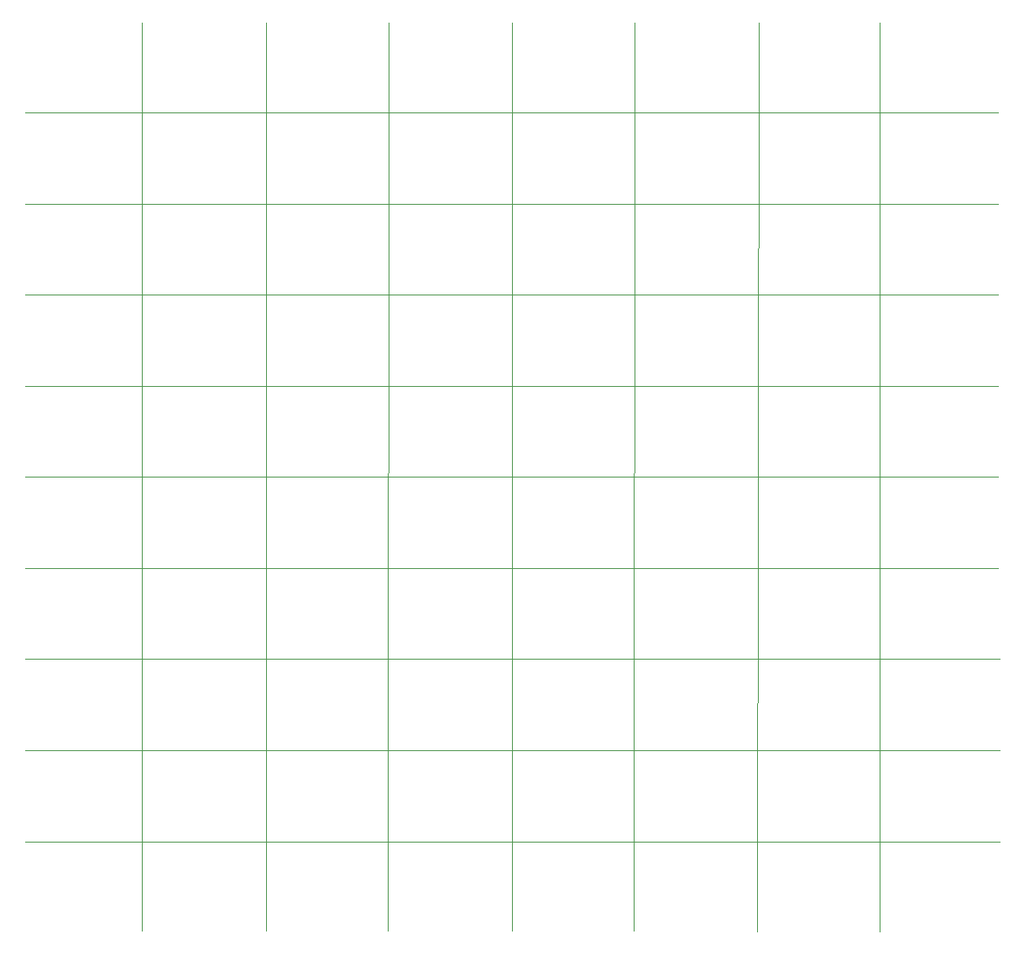
<source format=gbr>
%TF.GenerationSoftware,KiCad,Pcbnew,6.0.11+dfsg-1~bpo11+1*%
%TF.CreationDate,2023-03-06T17:28:23+08:00*%
%TF.ProjectId,sot2dip - panel,736f7432-6469-4702-902d-2070616e656c,rev?*%
%TF.SameCoordinates,Original*%
%TF.FileFunction,Other,User*%
%FSLAX46Y46*%
G04 Gerber Fmt 4.6, Leading zero omitted, Abs format (unit mm)*
G04 Created by KiCad (PCBNEW 6.0.11+dfsg-1~bpo11+1) date 2023-03-06 17:28:23*
%MOMM*%
%LPD*%
G01*
G04 APERTURE LIST*
%ADD10C,0.100000*%
G04 APERTURE END LIST*
D10*
X203200000Y-65000000D02*
X105000000Y-65000000D01*
X116800000Y-56000000D02*
X116800000Y-147600000D01*
X203200000Y-83400000D02*
X105000000Y-83400000D01*
X105000000Y-129400000D02*
X203300000Y-129400000D01*
X105000000Y-111000000D02*
X203200000Y-111000000D01*
X129300000Y-147600000D02*
X129300000Y-56000000D01*
X166500000Y-56000000D02*
X166400000Y-147600000D01*
X191200000Y-147700000D02*
X191200000Y-56000000D01*
X141700000Y-56000000D02*
X141600000Y-147600000D01*
X154100000Y-147600000D02*
X154100000Y-56000000D01*
X203300000Y-138600000D02*
X105000000Y-138600000D01*
X203300000Y-120200000D02*
X105000000Y-120200000D01*
X203200000Y-101800000D02*
X105000000Y-101800000D01*
X178900000Y-147700000D02*
X179000000Y-56000000D01*
X105000000Y-92600000D02*
X203200000Y-92600000D01*
X105000000Y-74300000D02*
X203200000Y-74300000D01*
M02*

</source>
